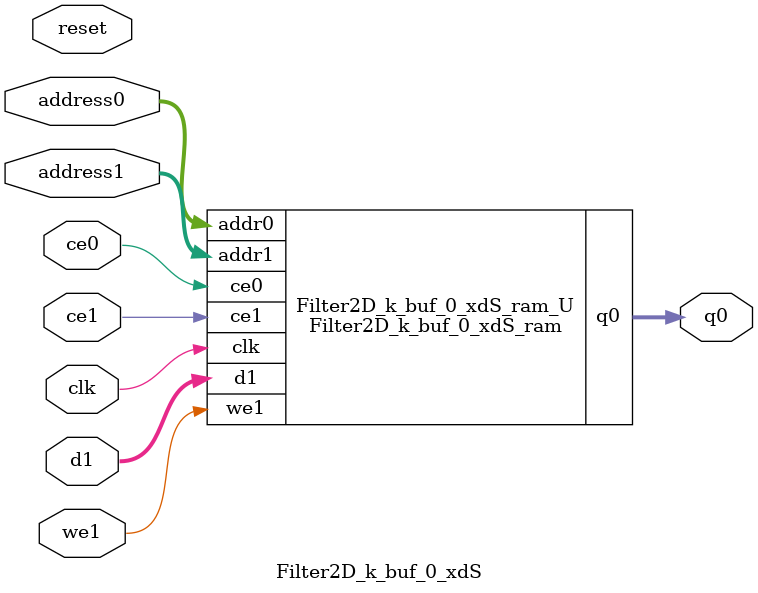
<source format=v>

`timescale 1 ns / 1 ps
module Filter2D_k_buf_0_xdS_ram (addr0, ce0, q0, addr1, ce1, d1, we1,  clk);

parameter DWIDTH = 8;
parameter AWIDTH = 10;
parameter MEM_SIZE = 640;

input[AWIDTH-1:0] addr0;
input ce0;
output reg[DWIDTH-1:0] q0;
input[AWIDTH-1:0] addr1;
input ce1;
input[DWIDTH-1:0] d1;
input we1;
input clk;

(* ram_style = "block" *)reg [DWIDTH-1:0] ram[0:MEM_SIZE-1];




always @(posedge clk)  
begin 
    if (ce0) 
    begin
            q0 <= ram[addr0];
    end
end


always @(posedge clk)  
begin 
    if (ce1) 
    begin
        if (we1) 
        begin 
            ram[addr1] <= d1; 
        end 
    end
end


endmodule


`timescale 1 ns / 1 ps
module Filter2D_k_buf_0_xdS(
    reset,
    clk,
    address0,
    ce0,
    q0,
    address1,
    ce1,
    we1,
    d1);

parameter DataWidth = 32'd8;
parameter AddressRange = 32'd640;
parameter AddressWidth = 32'd10;
input reset;
input clk;
input[AddressWidth - 1:0] address0;
input ce0;
output[DataWidth - 1:0] q0;
input[AddressWidth - 1:0] address1;
input ce1;
input we1;
input[DataWidth - 1:0] d1;



Filter2D_k_buf_0_xdS_ram Filter2D_k_buf_0_xdS_ram_U(
    .clk( clk ),
    .addr0( address0 ),
    .ce0( ce0 ),
    .q0( q0 ),
    .addr1( address1 ),
    .ce1( ce1 ),
    .d1( d1 ),
    .we1( we1 ));

endmodule


</source>
